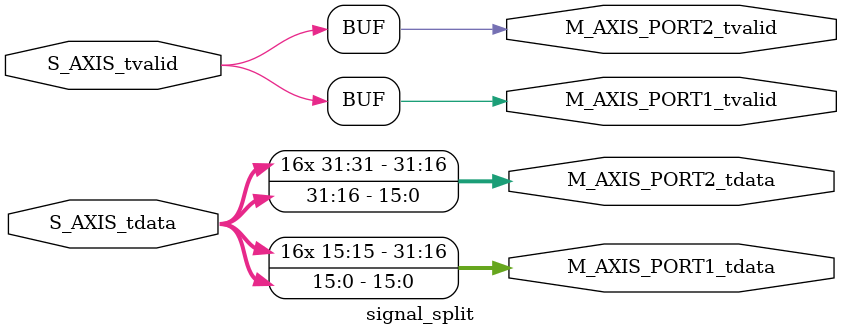
<source format=v>
`timescale 1ns / 1ps


module signal_split # 
(
    parameter ADC_DATA_WIDTH = 16,
    parameter AXIS_TDATA_WIDTH = 32
)
(
    (* X_INTERFACE_PARAMETER = "FREQ_HZ 125000000" *)
    input [AXIS_TDATA_WIDTH-1:0]        S_AXIS_tdata,
    input                               S_AXIS_tvalid,
    (* X_INTERFACE_PARAMETER = "FREQ_HZ 125000000" *)
    output wire [AXIS_TDATA_WIDTH-1:0]  M_AXIS_PORT1_tdata,
    output wire                         M_AXIS_PORT1_tvalid,
    (* X_INTERFACE_PARAMETER = "FREQ_HZ 125000000" *)
    output wire [AXIS_TDATA_WIDTH-1:0]  M_AXIS_PORT2_tdata,
    output wire                         M_AXIS_PORT2_tvalid
);
        
    assign M_AXIS_PORT1_tdata = {{(AXIS_TDATA_WIDTH-ADC_DATA_WIDTH+1){S_AXIS_tdata[ADC_DATA_WIDTH-1]}},S_AXIS_tdata[ADC_DATA_WIDTH-1:0]};
    assign M_AXIS_PORT2_tdata = {{(AXIS_TDATA_WIDTH-ADC_DATA_WIDTH+1){S_AXIS_tdata[AXIS_TDATA_WIDTH-1]}},S_AXIS_tdata[AXIS_TDATA_WIDTH-1:ADC_DATA_WIDTH]};
    assign M_AXIS_PORT1_tvalid = S_AXIS_tvalid;
    assign M_AXIS_PORT2_tvalid = S_AXIS_tvalid;

endmodule

</source>
